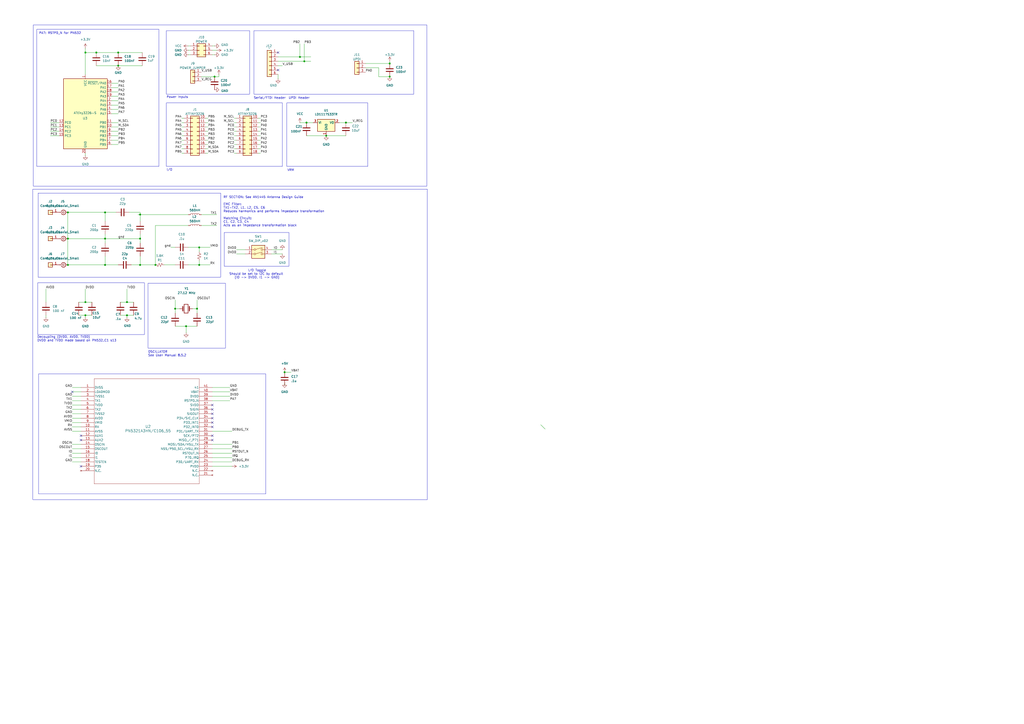
<source format=kicad_sch>
(kicad_sch (version 20231120) (generator "eeschema") (generator_version "8.0")
  (paper "A2")
  (lib_symbols
    (symbol "Connector:Conn_Coaxial_Small" (pin_numbers hide) (pin_names (offset 1.016) hide)
      (property "Reference" "J" (at 0.254 3.048 0))
      (property "Value" "Conn_Coaxial_Small" (at 0 -3.81 0))
      (symbol "Conn_Coaxial_Small_1_1"
        (pin passive line (at -2.54 0 0) (length 1.27) (name "In") (number "1"))
        (pin passive line (at 2.54 0 180) (length 1.27) (name "Ext") (number "2"))
      )
    )
    (symbol "Connector_Generic:Conn_01x01" (pin_names (offset 1.016) hide)
      (property "Reference" "J" (at 0 2.54 0))
      (property "Value" "Conn_01x01" (at 0 -2.54 0))
      (symbol "Conn_01x01_1_1"
        (pin passive line (at -5.08 0 0) (length 3.81) (name "Pin_1") (number "1"))
      )
    )
    (symbol "Connector_Generic:Conn_01x03" (pin_names (offset 1.016) hide)
      (property "Reference" "J" (at 0 5.08 0))
      (property "Value" "Conn_01x03" (at 0 -5.08 0))
      (symbol "Conn_01x03_1_1"
        (pin passive line (at -5.08 2.54 0) (length 3.81) (name "Pin_1") (number "1"))
        (pin passive line (at -5.08 0 0) (length 3.81) (name "Pin_2") (number "2"))
        (pin passive line (at -5.08 -2.54 0) (length 3.81) (name "Pin_3") (number "3"))
      )
    )
    (symbol "Connector_Generic:Conn_01x06" (pin_names (offset 1.016) hide)
      (property "Reference" "J" (at 0 7.62 0))
      (property "Value" "Conn_01x06" (at 0 -10.16 0))
      (symbol "Conn_01x06_1_1"
        (pin passive line (at -5.08 5.08 0) (length 3.81) (name "Pin_1") (number "1"))
        (pin passive line (at -5.08 2.54 0) (length 3.81) (name "Pin_2") (number "2"))
        (pin passive line (at -5.08 0 0) (length 3.81) (name "Pin_3") (number "3"))
        (pin passive line (at -5.08 -2.54 0) (length 3.81) (name "Pin_4") (number "4"))
        (pin passive line (at -5.08 -5.08 0) (length 3.81) (name "Pin_5") (number "5"))
        (pin passive line (at -5.08 -7.62 0) (length 3.81) (name "Pin_6") (number "6"))
      )
    )
    (symbol "Connector_Generic:Conn_02x03_Top_Bottom" (pin_names (offset 1.016) hide)
      (property "Reference" "J" (at 1.27 5.08 0))
      (property "Value" "Conn_02x03_Top_Bottom" (at 1.27 -5.08 0))
      (symbol "Conn_02x03_Top_Bottom_1_1"
        (pin passive line (at -5.08 2.54 0) (length 3.81) (name "Pin_1") (number "1"))
        (pin passive line (at -5.08 0 0) (length 3.81) (name "Pin_2") (number "2"))
        (pin passive line (at -5.08 -2.54 0) (length 3.81) (name "Pin_3") (number "3"))
        (pin passive line (at 7.62 2.54 180) (length 3.81) (name "Pin_4") (number "4"))
        (pin passive line (at 7.62 0 180) (length 3.81) (name "Pin_5") (number "5"))
        (pin passive line (at 7.62 -2.54 180) (length 3.81) (name "Pin_6") (number "6"))
      )
    )
    (symbol "Connector_Generic:Conn_02x09_Top_Bottom" (pin_names (offset 1.016) hide)
      (property "Reference" "J" (at 1.27 12.7 0))
      (property "Value" "Conn_02x09_Top_Bottom" (at 1.27 -12.7 0))
      (symbol "Conn_02x09_Top_Bottom_1_1"
        (pin passive line (at -5.08 10.16 0) (length 3.81) (name "Pin_1") (number "1"))
        (pin passive line (at 7.62 10.16 180) (length 3.81) (name "Pin_10") (number "10"))
        (pin passive line (at 7.62 7.62 180) (length 3.81) (name "Pin_11") (number "11"))
        (pin passive line (at 7.62 5.08 180) (length 3.81) (name "Pin_12") (number "12"))
        (pin passive line (at 7.62 2.54 180) (length 3.81) (name "Pin_13") (number "13"))
        (pin passive line (at 7.62 0 180) (length 3.81) (name "Pin_14") (number "14"))
        (pin passive line (at 7.62 -2.54 180) (length 3.81) (name "Pin_15") (number "15"))
        (pin passive line (at 7.62 -5.08 180) (length 3.81) (name "Pin_16") (number "16"))
        (pin passive line (at 7.62 -7.62 180) (length 3.81) (name "Pin_17") (number "17"))
        (pin passive line (at 7.62 -10.16 180) (length 3.81) (name "Pin_18") (number "18"))
        (pin passive line (at -5.08 7.62 0) (length 3.81) (name "Pin_2") (number "2"))
        (pin passive line (at -5.08 5.08 0) (length 3.81) (name "Pin_3") (number "3"))
        (pin passive line (at -5.08 2.54 0) (length 3.81) (name "Pin_4") (number "4"))
        (pin passive line (at -5.08 0 0) (length 3.81) (name "Pin_5") (number "5"))
        (pin passive line (at -5.08 -2.54 0) (length 3.81) (name "Pin_6") (number "6"))
        (pin passive line (at -5.08 -5.08 0) (length 3.81) (name "Pin_7") (number "7"))
        (pin passive line (at -5.08 -7.62 0) (length 3.81) (name "Pin_8") (number "8"))
        (pin passive line (at -5.08 -10.16 0) (length 3.81) (name "Pin_9") (number "9"))
      )
    )
    (symbol "Device:C" (pin_numbers hide) (pin_names (offset 0.254))
      (property "Reference" "C" (at 0.635 2.54 0))
      (property "Value" "C" (at 0.635 -2.54 0))
      (symbol "C_1_1"
        (pin passive line (at 0 3.81 270) (length 2.794) (name "~") (number "1"))
        (pin passive line (at 0 -3.81 90) (length 2.794) (name "~") (number "2"))
      )
    )
    (symbol "Device:Crystal" (pin_numbers hide) (pin_names (offset 1.016) hide)
      (property "Reference" "Y" (at 0 3.81 0))
      (property "Value" "Crystal" (at 0 -3.81 0))
      (symbol "Crystal_1_1"
        (pin passive line (at -3.81 0 0) (length 1.27) (name "1") (number "1"))
        (pin passive line (at 3.81 0 180) (length 1.27) (name "2") (number "2"))
      )
    )
    (symbol "Device:L" (pin_numbers hide) (pin_names (offset 1.016) hide)
      (property "Reference" "L" (at -1.27 0 90))
      (property "Value" "L" (at 1.905 0 90))
      (symbol "L_1_1"
        (pin passive line (at 0 3.81 270) (length 1.27) (name "1") (number "1"))
        (pin passive line (at 0 -3.81 90) (length 1.27) (name "2") (number "2"))
      )
    )
    (symbol "Device:R_Small_US" (pin_numbers hide) (pin_names (offset 0.254) hide)
      (property "Reference" "R" (at 0.762 0.508 0))
      (property "Value" "R_Small_US" (at 0.762 -1.016 0))
      (symbol "R_Small_US_1_1"
        (pin passive line (at 0 2.54 270) (length 1.016) (name "~") (number "1"))
        (pin passive line (at 0 -2.54 90) (length 1.016) (name "~") (number "2"))
      )
    )
    (symbol "MCU_Microchip_ATtiny:ATtiny3226-S"
      (property "Reference" "U" (at -12.7 21.59 0))
      (property "Value" "ATtiny3226-S" (at 2.54 -21.59 0))
      (symbol "ATtiny3226-S_1_1"
        (pin power_in line (at 0 22.86 270) (length 2.54) (name "VCC") (number "1"))
        (pin bidirectional line (at 15.24 -7.62 180) (length 2.54) (name "PB1") (number "10"))
        (pin bidirectional line (at 15.24 -5.08 180) (length 2.54) (name "PB0") (number "11"))
        (pin bidirectional line (at -15.24 -5.08 0) (length 2.54) (name "PC0") (number "12"))
        (pin bidirectional line (at -15.24 -7.62 0) (length 2.54) (name "PC1") (number "13"))
        (pin bidirectional line (at -15.24 -10.16 0) (length 2.54) (name "PC2") (number "14"))
        (pin bidirectional line (at -15.24 -12.7 0) (length 2.54) (name "PC3") (number "15"))
        (pin bidirectional line (at 15.24 17.78 180) (length 2.54) (name "~{RESET}/PA0") (number "16"))
        (pin bidirectional line (at 15.24 15.24 180) (length 2.54) (name "PA1") (number "17"))
        (pin bidirectional line (at 15.24 12.7 180) (length 2.54) (name "PA2") (number "18"))
        (pin bidirectional line (at 15.24 10.16 180) (length 2.54) (name "PA3") (number "19"))
        (pin bidirectional line (at 15.24 7.62 180) (length 2.54) (name "PA4") (number "2"))
        (pin power_in line (at 0 -22.86 90) (length 2.54) (name "GND") (number "20"))
        (pin bidirectional line (at 15.24 5.08 180) (length 2.54) (name "PA5") (number "3"))
        (pin bidirectional line (at 15.24 2.54 180) (length 2.54) (name "PA6") (number "4"))
        (pin bidirectional line (at 15.24 0 180) (length 2.54) (name "PA7") (number "5"))
        (pin bidirectional line (at 15.24 -17.78 180) (length 2.54) (name "PB5") (number "6"))
        (pin bidirectional line (at 15.24 -15.24 180) (length 2.54) (name "PB4") (number "7"))
        (pin bidirectional line (at 15.24 -12.7 180) (length 2.54) (name "PB3") (number "8"))
        (pin bidirectional line (at 15.24 -10.16 180) (length 2.54) (name "PB2") (number "9"))
      )
    )
    (symbol "Orb_library:PN5321A3HN_C106_55" (pin_names (offset 0.254))
      (property "Reference" "U2" (at 38.862 -22.606 0))
      (property "Value" "PN5321A3HN/C106_55" (at 38.862 -25.146 0))
      (symbol "PN5321A3HN_C106_55_0_1"
        (pin power_out line (at 0 0 0) (length 7.62) (name "DVSS") (number "1"))
        (pin input line (at 0 -22.86 0) (length 7.62) (name "RX") (number "10"))
        (pin power_out line (at 0 -25.4 0) (length 7.62) (name "AVSS") (number "11"))
        (pin bidirectional line (at 0 -27.94 0) (length 7.62) (name "AUX1") (number "12"))
        (pin bidirectional line (at 0 -30.48 0) (length 7.62) (name "AUX2") (number "13"))
        (pin input line (at 0 -33.02 0) (length 7.62) (name "OSCIN") (number "14"))
        (pin output line (at 0 -35.56 0) (length 7.62) (name "OSCOUT") (number "15"))
        (pin input line (at 0 -38.1 0) (length 7.62) (name "I0") (number "16"))
        (pin input line (at 0 -40.64 0) (length 7.62) (name "I1") (number "17"))
        (pin input line (at 0 -43.18 0) (length 7.62) (name "TESTEN") (number "18"))
        (pin bidirectional line (at 0 -45.72 0) (length 7.62) (name "P35") (number "19"))
        (pin output line (at 0 -2.54 0) (length 7.62) (name "LOADMOD") (number "2"))
        (pin no_connect line (at 0 -48.26 0) (length 7.62) (name "N.C.") (number "20"))
        (pin no_connect line (at 76.2 -50.8 180) (length 7.62) (name "N.C.") (number "21"))
        (pin no_connect line (at 76.2 -48.26 180) (length 7.62) (name "N.C.") (number "22"))
        (pin power_in line (at 76.2 -45.72 180) (length 7.62) (name "PVDD") (number "23"))
        (pin bidirectional line (at 76.2 -43.18 180) (length 7.62) (name "P30/UART_RX") (number "24"))
        (pin bidirectional line (at 76.2 -40.64 180) (length 7.62) (name "P70_IRQ") (number "25"))
        (pin output line (at 76.2 -38.1 180) (length 7.62) (name "RSTOUT_N") (number "26"))
        (pin bidirectional line (at 76.2 -35.56 180) (length 7.62) (name "NSS/P50_SCL/HSU_RX") (number "27"))
        (pin bidirectional line (at 76.2 -33.02 180) (length 7.62) (name "MOSI/SDA/HSU_TX") (number "28"))
        (pin bidirectional line (at 76.2 -30.48 180) (length 7.62) (name "MISO_/_P71") (number "29"))
        (pin power_out line (at 0 -5.08 0) (length 7.62) (name "TVSS1") (number "3"))
        (pin bidirectional line (at 76.2 -27.94 180) (length 7.62) (name "SCK/P72") (number "30"))
        (pin bidirectional line (at 76.2 -25.4 180) (length 7.62) (name "P31/UART_TX") (number "31"))
        (pin bidirectional line (at 76.2 -22.86 180) (length 7.62) (name "P32_INT0") (number "32"))
        (pin bidirectional line (at 76.2 -20.32 180) (length 7.62) (name "P33_INT1") (number "33"))
        (pin bidirectional line (at 76.2 -17.78 180) (length 7.62) (name "P34/SIC_CLK") (number "34"))
        (pin output line (at 76.2 -15.24 180) (length 7.62) (name "SIGOUT") (number "35"))
        (pin input line (at 76.2 -12.7 180) (length 7.62) (name "SIGIN") (number "36"))
        (pin power_in line (at 76.2 -10.16 180) (length 7.62) (name "SVDD") (number "37"))
        (pin input line (at 76.2 -7.62 180) (length 7.62) (name "RSTPD_N") (number "38"))
        (pin power_in line (at 76.2 -5.08 180) (length 7.62) (name "DVDD") (number "39"))
        (pin bidirectional line (at 0 -7.62 0) (length 7.62) (name "TX1") (number "4"))
        (pin unspecified line (at 76.2 0 180) (length 7.62) (name "41") (number "41"))
        (pin power_in line (at 0 -10.16 0) (length 7.62) (name "TVDD") (number "5"))
        (pin bidirectional line (at 0 -12.7 0) (length 7.62) (name "TX2") (number "6"))
        (pin power_out line (at 0 -15.24 0) (length 7.62) (name "TVSS2") (number "7"))
        (pin power_in line (at 0 -17.78 0) (length 7.62) (name "AVDD") (number "8"))
        (pin output line (at 0 -20.32 0) (length 7.62) (name "VMID") (number "9"))
      )
      (symbol "PN5321A3HN_C106_55_1_1"
        (pin power_in line (at 76.2 -2.54 180) (length 7.62) (name "VBAT") (number "40"))
      )
    )
    (symbol "Regulator_Linear:LD1117S33TR_SOT223"
      (property "Reference" "U" (at -3.81 3.175 0))
      (property "Value" "LD1117S33TR_SOT223" (at 0 3.175 0))
      (symbol "LD1117S33TR_SOT223_1_1"
        (pin power_in line (at 0 -7.62 90) (length 2.54) (name "GND") (number "1"))
        (pin power_out line (at 7.62 0 180) (length 2.54) (name "VO") (number "2"))
        (pin power_in line (at -7.62 0 0) (length 2.54) (name "VI") (number "3"))
      )
    )
    (symbol "Switch:SW_DIP_x02" (pin_names (offset 0) hide)
      (property "Reference" "SW" (at 0 6.35 0))
      (property "Value" "SW_DIP_x02" (at 0 -3.81 0))
      (symbol "SW_DIP_x02_1_1"
        (pin passive line (at -7.62 2.54 0) (length 5.08) (name "~") (number "1"))
        (pin passive line (at -7.62 0 0) (length 5.08) (name "~") (number "2"))
        (pin passive line (at 7.62 0 180) (length 5.08) (name "~") (number "3"))
        (pin passive line (at 7.62 2.54 180) (length 5.08) (name "~") (number "4"))
      )
    )
    (symbol "VCC_1" (power) (pin_numbers hide) (pin_names (offset 0) hide)
      (property "Value" "VCC" (at 0 3.556 0))
      (symbol "VCC_1_1_1"
        (pin power_in line (at 0 0 90) (length 0) (name "~") (number "1"))
      )
    )
    (symbol "power:+3.3V" (power) (pin_numbers hide) (pin_names (offset 0) hide)
      (property "Value" "+3.3V" (at 0 3.556 0))
      (symbol "+3.3V_1_1"
        (pin power_in line (at 0 0 90) (length 0) (name "~") (number "1"))
      )
    )
    (symbol "power:GND" (power) (pin_numbers hide) (pin_names (offset 0) hide)
      (property "Value" "GND" (at 0 -3.81 0))
      (symbol "GND_1_1"
        (pin power_in line (at 0 0 270) (length 0) (name "~") (number "1"))
      )
    )
    (symbol "power:VCC" (power) (pin_names (offset 0))
      (property "Value" "VCC" (at 0 3.81 0))
      (symbol "VCC_1_1"
        (pin power_in line (at 0 0 90) (length 0) hide (name "VCC") (number "1"))
      )
    )
  )
  (junction (at 107.95 189.23))
  (junction (at 73.66 182.88))
  (junction (at 115.57 143.51))
  (junction (at 114.3 179.07))
  (junction (at 189.23 78.74))
  (junction (at 226.06 36.83))
  (junction (at 115.57 153.67))
  (junction (at 173.99 33.02))
  (junction (at 68.58 30.48))
  (junction (at 60.96 138.43))
  (junction (at 39.37 138.43))
  (junction (at 68.58 38.1))
  (junction (at 60.96 153.67))
  (junction (at 200.66 71.12))
  (junction (at 177.8 71.12))
  (junction (at 49.53 175.26))
  (junction (at 81.28 153.67))
  (junction (at 101.6 179.07))
  (junction (at 81.28 138.43))
  (junction (at 81.28 124.46))
  (junction (at 73.66 175.26))
  (junction (at 60.96 123.19))
  (junction (at 90.17 153.67))
  (junction (at 39.37 153.67))
  (junction (at 165.1 215.9))
  (junction (at 49.53 30.48))
  (junction (at 39.37 123.19))
  (junction (at 55.88 30.48))
  (junction (at 176.53 35.56))
  (junction (at 49.53 182.88))
  (junction (at 124.46 44.45))
  (junction (at 226.06 44.45))
  (no_connect (at 123.19 245.11))
  (no_connect (at 123.19 252.73))
  (no_connect (at 46.99 252.73))
  (no_connect (at 123.19 242.57))
  (no_connect (at 123.19 247.65))
  (no_connect (at 161.29 40.64))
  (no_connect (at 123.19 234.95))
  (no_connect (at 46.99 270.51))
  (no_connect (at 123.19 240.03))
  (no_connect (at 123.19 255.27))
  (no_connect (at 41.91 227.33))
  (no_connect (at 123.19 237.49))
  (no_connect (at 161.29 30.48))
  (no_connect (at 46.99 255.27))
  (bus_entry (at 313.69 246.38) (size 2.54 2.54))
  (wire (pts (xy 64.77 73.66) (xy 68.58 73.66)))
  (wire (pts (xy 101.6 189.23) (xy 107.95 189.23)))
  (wire (pts (xy 60.96 148.59) (xy 60.96 153.67)))
  (wire (pts (xy 135.89 78.74) (xy 137.16 78.74)))
  (wire (pts (xy 49.53 167.64) (xy 49.53 175.26)))
  (wire (pts (xy 105.41 73.66) (xy 106.68 73.66)))
  (wire (pts (xy 76.2 153.67) (xy 81.28 153.67)))
  (wire (pts (xy 73.66 182.88) (xy 73.66 184.15)))
  (wire (pts (xy 45.72 182.88) (xy 49.53 182.88)))
  (wire (pts (xy 90.17 130.81) (xy 109.22 130.81)))
  (wire (pts (xy 200.66 71.12) (xy 204.47 71.12)))
  (wire (pts (xy 165.1 215.9) (xy 168.91 215.9)))
  (wire (pts (xy 135.89 86.36) (xy 137.16 86.36)))
  (wire (pts (xy 123.19 229.87) (xy 133.35 229.87)))
  (wire (pts (xy 68.58 38.1) (xy 82.55 38.1)))
  (wire (pts (xy 81.28 124.46) (xy 81.28 128.27)))
  (wire (pts (xy 123.19 257.81) (xy 134.62 257.81)))
  (wire (pts (xy 80.01 124.46) (xy 81.28 124.46)))
  (wire (pts (xy 110.49 26.67) (xy 109.22 26.67)))
  (wire (pts (xy 212.09 36.83) (xy 226.06 36.83)))
  (wire (pts (xy 173.99 25.4) (xy 173.99 33.02)))
  (wire (pts (xy 151.13 68.58) (xy 149.86 68.58)))
  (wire (pts (xy 26.67 184.15) (xy 26.67 182.88)))
  (wire (pts (xy 60.96 123.19) (xy 39.37 123.19)))
  (wire (pts (xy 60.96 128.27) (xy 60.96 123.19)))
  (wire (pts (xy 101.6 179.07) (xy 101.6 181.61)))
  (wire (pts (xy 116.84 124.46) (xy 125.73 124.46)))
  (wire (pts (xy 151.13 81.28) (xy 149.86 81.28)))
  (wire (pts (xy 39.37 138.43) (xy 39.37 153.67)))
  (wire (pts (xy 64.77 55.88) (xy 68.58 55.88)))
  (wire (pts (xy 120.65 76.2) (xy 119.38 76.2)))
  (wire (pts (xy 151.13 78.74) (xy 149.86 78.74)))
  (wire (pts (xy 123.19 250.19) (xy 134.62 250.19)))
  (wire (pts (xy 81.28 138.43) (xy 81.28 140.97)))
  (wire (pts (xy 99.06 143.51) (xy 101.6 143.51)))
  (wire (pts (xy 41.91 245.11) (xy 46.99 245.11)))
  (wire (pts (xy 120.65 86.36) (xy 119.38 86.36)))
  (wire (pts (xy 41.91 242.57) (xy 46.99 242.57)))
  (wire (pts (xy 123.19 260.35) (xy 134.62 260.35)))
  (wire (pts (xy 41.91 234.95) (xy 46.99 234.95)))
  (wire (pts (xy 115.57 151.13) (xy 115.57 153.67)))
  (wire (pts (xy 151.13 83.82) (xy 149.86 83.82)))
  (wire (pts (xy 219.71 39.37) (xy 212.09 39.37)))
  (wire (pts (xy 39.37 153.67) (xy 60.96 153.67)))
  (wire (pts (xy 60.96 135.89) (xy 60.96 138.43)))
  (wire (pts (xy 95.25 153.67) (xy 101.6 153.67)))
  (wire (pts (xy 81.28 124.46) (xy 109.22 124.46)))
  (wire (pts (xy 120.65 81.28) (xy 119.38 81.28)))
  (wire (pts (xy 176.53 35.56) (xy 180.34 35.56)))
  (wire (pts (xy 39.37 123.19) (xy 39.37 138.43)))
  (wire (pts (xy 41.91 240.03) (xy 46.99 240.03)))
  (wire (pts (xy 49.53 30.48) (xy 49.53 43.18)))
  (wire (pts (xy 60.96 153.67) (xy 68.58 153.67)))
  (wire (pts (xy 41.91 229.87) (xy 46.99 229.87)))
  (wire (pts (xy 64.77 53.34) (xy 68.58 53.34)))
  (wire (pts (xy 135.89 76.2) (xy 137.16 76.2)))
  (wire (pts (xy 81.28 148.59) (xy 81.28 153.67)))
  (wire (pts (xy 105.41 76.2) (xy 106.68 76.2)))
  (wire (pts (xy 104.14 179.07) (xy 101.6 179.07)))
  (wire (pts (xy 163.83 38.1) (xy 161.29 38.1)))
  (wire (pts (xy 64.77 81.28) (xy 68.58 81.28)))
  (wire (pts (xy 107.95 189.23) (xy 114.3 189.23)))
  (wire (pts (xy 60.96 138.43) (xy 39.37 138.43)))
  (wire (pts (xy 109.22 143.51) (xy 115.57 143.51)))
  (wire (pts (xy 135.89 73.66) (xy 137.16 73.66)))
  (wire (pts (xy 189.23 78.74) (xy 200.66 78.74)))
  (wire (pts (xy 69.85 175.26) (xy 73.66 175.26)))
  (wire (pts (xy 161.29 45.72) (xy 161.29 43.18)))
  (wire (pts (xy 41.91 260.35) (xy 46.99 260.35)))
  (wire (pts (xy 161.29 35.56) (xy 176.53 35.56)))
  (wire (pts (xy 41.91 267.97) (xy 46.99 267.97)))
  (wire (pts (xy 73.66 175.26) (xy 77.47 175.26)))
  (wire (pts (xy 125.73 29.21) (xy 123.19 29.21)))
  (wire (pts (xy 45.72 175.26) (xy 49.53 175.26)))
  (wire (pts (xy 120.65 71.12) (xy 119.38 71.12)))
  (wire (pts (xy 120.65 68.58) (xy 119.38 68.58)))
  (wire (pts (xy 176.53 25.4) (xy 176.53 35.56)))
  (wire (pts (xy 137.16 144.78) (xy 142.24 144.78)))
  (wire (pts (xy 29.21 76.2) (xy 34.29 76.2)))
  (wire (pts (xy 101.6 173.99) (xy 101.6 179.07)))
  (wire (pts (xy 123.19 227.33) (xy 133.35 227.33)))
  (wire (pts (xy 196.85 71.12) (xy 200.66 71.12)))
  (wire (pts (xy 124.46 31.75) (xy 123.19 31.75)))
  (wire (pts (xy 26.67 167.64) (xy 26.67 175.26)))
  (wire (pts (xy 68.58 30.48) (xy 82.55 30.48)))
  (wire (pts (xy 60.96 138.43) (xy 81.28 138.43)))
  (wire (pts (xy 157.48 147.32) (xy 163.83 147.32)))
  (wire (pts (xy 81.28 153.67) (xy 90.17 153.67)))
  (wire (pts (xy 120.65 73.66) (xy 119.38 73.66)))
  (wire (pts (xy 124.46 26.67) (xy 123.19 26.67)))
  (wire (pts (xy 173.99 71.12) (xy 177.8 71.12)))
  (wire (pts (xy 105.41 83.82) (xy 106.68 83.82)))
  (wire (pts (xy 105.41 86.36) (xy 106.68 86.36)))
  (wire (pts (xy 64.77 78.74) (xy 68.58 78.74)))
  (wire (pts (xy 64.77 66.04) (xy 68.58 66.04)))
  (wire (pts (xy 127 44.45) (xy 124.46 44.45)))
  (wire (pts (xy 41.91 250.19) (xy 46.99 250.19)))
  (wire (pts (xy 41.91 265.43) (xy 46.99 265.43)))
  (wire (pts (xy 115.57 143.51) (xy 115.57 146.05)))
  (wire (pts (xy 177.8 78.74) (xy 189.23 78.74)))
  (wire (pts (xy 137.16 147.32) (xy 142.24 147.32)))
  (wire (pts (xy 74.93 123.19) (xy 81.28 123.19)))
  (wire (pts (xy 123.19 232.41) (xy 133.35 232.41)))
  (wire (pts (xy 123.19 270.51) (xy 134.62 270.51)))
  (wire (pts (xy 123.19 265.43) (xy 134.62 265.43)))
  (wire (pts (xy 64.77 63.5) (xy 68.58 63.5)))
  (wire (pts (xy 107.95 189.23) (xy 107.95 193.04)))
  (wire (pts (xy 49.53 27.94) (xy 49.53 30.48)))
  (wire (pts (xy 64.77 71.12) (xy 68.58 71.12)))
  (wire (pts (xy 157.48 144.78) (xy 163.83 144.78)))
  (wire (pts (xy 151.13 73.66) (xy 149.86 73.66)))
  (wire (pts (xy 41.91 224.79) (xy 46.99 224.79)))
  (wire (pts (xy 90.17 153.67) (xy 90.17 130.81)))
  (wire (pts (xy 135.89 81.28) (xy 137.16 81.28)))
  (wire (pts (xy 151.13 76.2) (xy 149.86 76.2)))
  (wire (pts (xy 109.22 153.67) (xy 115.57 153.67)))
  (wire (pts (xy 55.88 30.48) (xy 68.58 30.48)))
  (wire (pts (xy 73.66 182.88) (xy 77.47 182.88)))
  (wire (pts (xy 49.53 30.48) (xy 55.88 30.48)))
  (wire (pts (xy 73.66 167.64) (xy 73.66 175.26)))
  (wire (pts (xy 49.53 182.88) (xy 53.34 182.88)))
  (wire (pts (xy 123.19 262.89) (xy 134.62 262.89)))
  (wire (pts (xy 41.91 262.89) (xy 46.99 262.89)))
  (wire (pts (xy 29.21 73.66) (xy 34.29 73.66)))
  (wire (pts (xy 49.53 175.26) (xy 53.34 175.26)))
  (wire (pts (xy 105.41 78.74) (xy 106.68 78.74)))
  (wire (pts (xy 55.88 38.1) (xy 68.58 38.1)))
  (wire (pts (xy 135.89 71.12) (xy 137.16 71.12)))
  (wire (pts (xy 177.8 71.12) (xy 181.61 71.12)))
  (wire (pts (xy 123.19 224.79) (xy 133.35 224.79)))
  (wire (pts (xy 64.77 76.2) (xy 68.58 76.2)))
  (wire (pts (xy 111.76 179.07) (xy 114.3 179.07)))
  (wire (pts (xy 81.28 123.19) (xy 81.28 124.46)))
  (wire (pts (xy 120.65 83.82) (xy 119.38 83.82)))
  (wire (pts (xy 120.65 78.74) (xy 119.38 78.74)))
  (wire (pts (xy 29.21 71.12) (xy 34.29 71.12)))
  (wire (pts (xy 41.91 232.41) (xy 46.99 232.41)))
  (wire (pts (xy 151.13 86.36) (xy 149.86 86.36)))
  (wire (pts (xy 120.65 88.9) (xy 119.38 88.9)))
  (wire (pts (xy 109.22 29.21) (xy 110.49 29.21)))
  (wire (pts (xy 226.06 35.56) (xy 226.06 36.83)))
  (wire (pts (xy 64.77 48.26) (xy 68.58 48.26)))
  (wire (pts (xy 105.41 71.12) (xy 106.68 71.12)))
  (wire (pts (xy 64.77 58.42) (xy 68.58 58.42)))
  (wire (pts (xy 151.13 88.9) (xy 149.86 88.9)))
  (wire (pts (xy 64.77 60.96) (xy 68.58 60.96)))
  (wire (pts (xy 105.41 88.9) (xy 106.68 88.9)))
  (wire (pts (xy 60.96 140.97) (xy 60.96 138.43)))
  (wire (pts (xy 151.13 71.12) (xy 149.86 71.12)))
  (wire (pts (xy 41.91 237.49) (xy 46.99 237.49)))
  (wire (pts (xy 81.28 135.89) (xy 81.28 138.43)))
  (wire (pts (xy 123.19 267.97) (xy 134.62 267.97)))
  (wire (pts (xy 41.91 257.81) (xy 46.99 257.81)))
  (wire (pts (xy 105.41 81.28) (xy 106.68 81.28)))
  (wire (pts (xy 127 43.18) (xy 127 44.45)))
  (wire (pts (xy 67.31 123.19) (xy 60.96 123.19)))
  (wire (pts (xy 49.53 182.88) (xy 49.53 184.15)))
  (wire (pts (xy 105.41 68.58) (xy 106.68 68.58)))
  (wire (pts (xy 41.91 227.33) (xy 46.99 227.33)))
  (wire (pts (xy 64.77 83.82) (xy 68.58 83.82)))
  (wire (pts (xy 161.29 33.02) (xy 173.99 33.02)))
  (wire (pts (xy 49.53 90.17) (xy 49.53 88.9)))
  (wire (pts (xy 219.71 44.45) (xy 226.06 44.45)))
  (wire (pts (xy 121.92 143.51) (xy 115.57 143.51)))
  (wire (pts (xy 114.3 179.07) (xy 114.3 181.61)))
  (wire (pts (xy 109.22 31.75) (xy 110.49 31.75)))
  (wire (pts (xy 115.57 153.67) (xy 121.92 153.67)))
  (wire (pts (xy 135.89 83.82) (xy 137.16 83.82)))
  (wire (pts (xy 41.91 247.65) (xy 46.99 247.65)))
  (wire (pts (xy 69.85 182.88) (xy 73.66 182.88)))
  (wire (pts (xy 64.77 50.8) (xy 68.58 50.8)))
  (wire (pts (xy 29.21 78.74) (xy 34.29 78.74)))
  (wire (pts (xy 165.1 223.52) (xy 165.1 222.25)))
  (wire (pts (xy 124.46 44.45) (xy 116.84 44.45)))
  (wire (pts (xy 135.89 68.58) (xy 137.16 68.58)))
  (wire (pts (xy 173.99 33.02) (xy 180.34 33.02)))
  (wire (pts (xy 135.89 88.9) (xy 137.16 88.9)))
  (wire (pts (xy 219.71 44.45) (xy 219.71 39.37)))
  (wire (pts (xy 116.84 130.81) (xy 125.73 130.81)))
  (wire (pts (xy 114.3 173.99) (xy 114.3 179.07)))
  (rectangle (start 19.05 109.728) (end 247.904 289.814))
  (rectangle (start 22.352 216.916) (end 154.178 286.512))
  (rectangle (start 130.048 134.874) (end 167.64 154.432))
  (rectangle (start 96.52 59.69) (end 163.83 96.52))
  (rectangle (start 21.844 164.084) (end 83.82 194.056))
  (rectangle (start 21.336 17.018) (end 92.202 96.52))
  (rectangle (start 166.37 59.69) (end 213.36 96.52))
  (rectangle (start 19.304 14.478) (end 247.65 107.95))
  (rectangle (start 22.098 112.014) (end 128.016 160.782))
  (rectangle (start 96.52 17.78) (end 144.78 54.61))
  (rectangle (start 147.32 17.78) (end 240.03 54.61))
  (rectangle (start 85.852 164.338) (end 130.81 201.93))
  (text "OSCILLATOR\nSee User Manual 8.5.2\n" (at 85.852 205.232 0) (effects (font (size 1.27 1.27)) (justify left)))
  (text "RF SECTION: See AN1445 Antenna Design Guide\n\nEMC Filter: \nTX1-TX2, L1, L2, C5, C6\nReduces harmonics and performs impedance transformation\n\nMatching Circuit:\nC1, C2, C3, C4\nActs as an impedance transformation block" (at 129.54 122.682 0) (effects (font (size 1.27 1.27)) (justify left)))
  (text "I/O Toggle\nShould be set to I2C by default \n(IO -> DVDD, I1 -> GND)" (at 149.098 159.004 0) (effects (font (size 1.27 1.27))))
  (text "Decoupling (DVDD, AVDD, TVDD)\nDVDD and TVDD made based on PN532_C1 s13" (at 21.59 196.596 0) (effects (font (size 1.27 1.27)) (justify left)))
  (text "I/O\n" (at 98.298 98.552 0) (effects (font (size 1.27 1.27))))
  (text "PA7: RSTPD_N for PN532" (at 34.798 19.304 0) (effects (font (size 1.27 1.27))))
  (text "Serial/FTDI Header" (at 156.464 56.896 0) (effects (font (size 1.27 1.27))))
  (text "UPDI Header\n" (at 173.482 56.896 0) (effects (font (size 1.27 1.27))))
  (text "VRM" (at 168.656 98.806 0) (effects (font (size 1.27 1.27))))
  (text "Power Inputs" (at 102.87 56.388 0) (effects (font (size 1.27 1.27))))
  (label "PB2" (at 68.58 76.2 0))
  (label "VMID" (at 121.92 143.51 0))
  (label "TVDD" (at 41.91 234.95 180))
  (label "PA4" (at 105.41 68.58 180))
  (label "PC3" (at 29.21 78.74 0))
  (label "PA5" (at 105.41 73.66 180))
  (label "PB5" (at 68.58 83.82 0))
  (label "AVSS" (at 41.91 250.19 180))
  (label "GND" (at 41.91 240.03 180))
  (label "V_USB" (at 116.84 41.91 0))
  (label "PB2" (at 120.65 83.82 0))
  (label "PA7" (at 105.41 86.36 180))
  (label "M_SDA" (at 120.65 88.9 0))
  (label "RX" (at 41.91 247.65 180))
  (label "PB2" (at 173.99 25.4 180))
  (label "PB2" (at 120.65 81.28 0))
  (label "PA0" (at 151.13 71.12 0))
  (label "IO" (at 41.91 262.89 180))
  (label "TX1" (at 41.91 232.41 180))
  (label "PA6" (at 105.41 81.28 180))
  (label "OSCIN" (at 101.6 173.99 180))
  (label "PA4" (at 68.58 58.42 0))
  (label "TX2" (at 41.91 237.49 180))
  (label "DVDD" (at 137.16 147.32 180))
  (label "PB5" (at 105.41 88.9 180))
  (label "DVDD" (at 137.16 144.78 180))
  (label "gnd" (at 99.06 143.51 180))
  (label "PA2" (at 151.13 83.82 0))
  (label "PC0" (at 135.89 76.2 180))
  (label "DEBUG_RX" (at 134.62 267.97 0))
  (label "GND" (at 133.35 224.79 0))
  (label "VBAT" (at 133.35 227.33 0))
  (label "PA7" (at 68.58 66.04 0))
  (label "PA1" (at 151.13 76.2 0))
  (label "PC3" (at 151.13 68.58 0))
  (label "DVDD" (at 133.35 229.87 0))
  (label "PA6" (at 68.58 63.5 0))
  (label "PC2" (at 135.89 83.82 180))
  (label "VMID" (at 41.91 245.11 180))
  (label "M_SCL" (at 68.58 71.12 0))
  (label "PA7" (at 105.41 83.82 180))
  (label "PC0" (at 29.21 71.12 0))
  (label "IO" (at 158.75 144.78 0))
  (label "PB4" (at 120.65 71.12 0))
  (label "M_SDA" (at 120.65 86.36 0))
  (label "DVDD" (at 49.53 167.64 0))
  (label "PB4" (at 120.65 73.66 0))
  (label "V_USB" (at 163.83 38.1 0))
  (label "PA1" (at 68.58 50.8 0))
  (label "PA1" (at 151.13 78.74 0))
  (label "TVDD" (at 73.66 167.64 0))
  (label "AVDD" (at 26.67 167.64 0))
  (label "DEBUG_TX" (at 134.62 250.19 0))
  (label "OSCIN" (at 41.91 257.81 180))
  (label "GND" (at 41.91 224.79 180))
  (label "PA4" (at 105.41 71.12 180))
  (label "TX2" (at 125.73 130.81 180))
  (label "TX1" (at 125.73 124.46 180))
  (label "PC0" (at 135.89 73.66 180))
  (label "GND" (at 41.91 267.97 180))
  (label "PB4" (at 68.58 81.28 0))
  (label "PC1" (at 135.89 81.28 180))
  (label "PA0" (at 212.09 41.91 0))
  (label "PB1" (at 134.62 257.81 0))
  (label "RX" (at 121.92 153.67 0))
  (label "PB3" (at 68.58 78.74 0))
  (label "PB0" (at 134.62 260.35 0))
  (label "AVDD" (at 41.91 242.57 180))
  (label "VBAT" (at 168.91 215.9 0))
  (label "V_REG" (at 204.47 71.12 0))
  (label "PC3" (at 135.89 88.9 180))
  (label "PB5" (at 120.65 68.58 0))
  (label "I1" (at 158.75 147.32 0))
  (label "M_SCL" (at 135.89 68.58 180))
  (label "V_REG" (at 116.84 46.99 0))
  (label "PA7" (at 133.35 232.41 0))
  (label "PA3" (at 68.58 55.88 0))
  (label "IRQ" (at 134.62 265.43 0))
  (label "PB3" (at 176.53 25.4 0))
  (label "M_SDA" (at 68.58 73.66 0))
  (label "PA0" (at 151.13 73.66 0))
  (label "OSCOUT" (at 41.91 260.35 180))
  (label "PC2" (at 135.89 86.36 180))
  (label "RSTOUT_N" (at 134.62 262.89 0))
  (label "PA0" (at 68.58 48.26 0))
  (label "I1" (at 41.91 265.43 180))
  (label "PA2" (at 151.13 81.28 0))
  (label "PA6" (at 105.41 78.74 180))
  (label "PB3" (at 120.65 76.2 0))
  (label "PC2" (at 29.21 76.2 0))
  (label "PA5" (at 105.41 76.2 180))
  (label "PC1" (at 135.89 78.74 180))
  (label "PA3" (at 151.13 86.36 0))
  (label "PC1" (at 29.21 73.66 0))
  (label "gnd" (at 68.58 138.43 0))
  (label "OSCOUT" (at 114.3 173.99 0))
  (label "PA2" (at 68.58 53.34 0))
  (label "PB3" (at 120.65 78.74 0))
  (label "PA5" (at 68.58 60.96 0))
  (label "M_SCL" (at 135.89 71.12 180))
  (label "PA3" (at 151.13 88.9 0))
  (label "GND" (at 41.91 229.87 180))
  (symbol (lib_id "power:GND") (at 73.66 184.15 0) (unit 1)
    (property "Reference" "#PWR021" (effects (hide yes)))
    (property "Value" "GND" (at 73.914 188.976 0))
    (property "Description" "Power symbol creates a global label with name \"GND\" , ground" (effects (hide yes)))
  )
  (symbol (lib_id "Device:C") (at 26.67 179.07 0) (unit 1)
    (property "Reference" "C8" (at 30.48 177.7999 0) (effects (justify left)))
    (property "Value" "100 nF" (at 30.48 180.3399 0) (effects (justify left)))
    (property "Footprint" "Capacitor_SMD:C_0805_2012Metric_Pad1.18x1.45mm_HandSolder" (effects (hide yes)))
    (property "Description" "Unpolarized capacitor" (effects (hide yes)))
  )
  (symbol (lib_id "Device:C") (at 60.96 132.08 0) (mirror y) (unit 1)
    (property "Reference" "C1" (at 54.61 130.81 0))
    (property "Value" "200p" (at 54.61 133.35 0))
    (property "Footprint" "Capacitor_SMD:C_0805_2012Metric_Pad1.18x1.45mm_HandSolder" (effects (hide yes)))
    (property "Description" "Unpolarized capacitor" (effects (hide yes)))
  )
  (symbol (lib_id "Device:C") (at 81.28 132.08 0) (mirror y) (unit 1)
    (property "Reference" "C5" (at 74.93 130.81 0))
    (property "Value" "220p" (at 74.93 133.35 0))
    (property "Footprint" "Capacitor_SMD:C_0805_2012Metric_Pad1.18x1.45mm_HandSolder" (effects (hide yes)))
    (property "Description" "Unpolarized capacitor" (effects (hide yes)))
  )
  (symbol (lib_id "Connector_Generic:Conn_01x03") (at 207.01 39.37 0) (mirror y) (unit 1)
    (property "Reference" "J11" (at 207.01 31.75 0))
    (property "Value" "UPDI" (at 207.01 34.29 0))
    (property "Footprint" "Connector_PinSocket_2.54mm:PinSocket_1x03_P2.54mm_Vertical" (effects (hide yes)))
  )
  (symbol (lib_id "Device:C") (at 226.06 40.64 0) (unit 1)
    (property "Reference" "C23" (at 229.616 39.116 0) (effects (justify left)))
    (property "Value" "100nF" (at 229.616 41.656 0) (effects (justify left)))
    (property "Footprint" "Capacitor_SMD:C_0805_2012Metric_Pad1.18x1.45mm_HandSolder" (effects (hide yes)))
    (property "Description" "Unpolarized capacitor" (effects (hide yes)))
  )
  (symbol (lib_id "Connector:Conn_Coaxial_Small") (at 36.83 123.19 0) (unit 1)
    (property "Reference" "J5" (at 36.3104 116.84 0))
    (property "Value" "Conn_Coaxial_Small" (at 36.3104 119.38 0))
    (property "Footprint" "Connector_Coaxial:U.FL_Hirose_U.FL-R-SMT-1_Vertical" (effects (hide yes)))
    (property "Description" "small coaxial connector (BNC, SMA, SMB, SMC, Cinch/RCA, LEMO, ...)" (effects (hide yes)))
  )
  (symbol (lib_id "power:GND") (at 26.67 184.15 0) (unit 1)
    (property "Reference" "#PWR01" (effects (hide yes)))
    (property "Value" "GND" (at 26.67 189.23 0))
    (property "Description" "Power symbol creates a global label with name \"GND\" , ground" (effects (hide yes)))
  )
  (symbol (lib_id "Device:C") (at 55.88 34.29 0) (unit 1)
    (property "Reference" "C16" (at 59.436 32.766 0) (effects (justify left)))
    (property "Value" "10nF" (at 59.436 35.306 0) (effects (justify left)))
    (property "Footprint" "Capacitor_SMD:C_0805_2012Metric_Pad1.18x1.45mm_HandSolder" (effects (hide yes)))
    (property "Description" "Unpolarized capacitor" (effects (hide yes)))
  )
  (symbol (lib_id "power:GND") (at 161.29 45.72 0) (unit 1)
    (property "Reference" "#PWR025" (effects (hide yes)))
    (property "Value" "GND" (at 160.655 49.53 0) (effects (justify right)))
  )
  (symbol (lib_id "Connector_Generic:Conn_02x03_Top_Bottom") (at 115.57 29.21 0) (unit 1)
    (property "Reference" "J10" (at 116.84 21.59 0))
    (property "Value" "POWER" (at 116.84 24.13 0))
    (property "Footprint" "Connector_PinSocket_2.54mm:PinSocket_2x03_P2.54mm_Vertical" (effects (hide yes)))
  )
  (symbol (lib_id "power:+3.3V") (at 134.62 270.51 270) (unit 1)
    (property "Reference" "#PWR05" (effects (hide yes)))
    (property "Value" "+3.3V" (at 138.43 270.5099 90) (effects (justify left)))
    (property "Description" "Power symbol creates a global label with name \"+3.3V\"" (effects (hide yes)))
  )
  (symbol (lib_id "MCU_Microchip_ATtiny:ATtiny3226-S") (at 49.53 66.04 0) (unit 1)
    (property "Reference" "U3" (at 48.006 68.58 0) (effects (justify left)))
    (property "Value" "ATtiny3226-S" (at 42.672 65.532 0) (effects (justify left)))
    (property "Footprint" "Package_SO:SOIC-20W_7.5x12.8mm_P1.27mm" (effects (hide yes)))
    (property "Datasheet" "https://ww1.microchip.com/downloads/en/DeviceDoc/ATtiny3224-3226-3227-Data-Sheet-DS40002345A.pdf" (effects (hide yes)))
    (property "Description" "20MHz, 32kB Flash, 3kB SRAM, 256B EEPROM, SOIC-20" (effects (hide yes)))
  )
  (symbol (lib_id "Device:R_Small_US") (at 92.71 153.67 90) (mirror x) (unit 1)
    (property "Reference" "R1" (at 92.71 150.876 90))
    (property "Value" "1.6K" (at 92.71 148.336 90))
    (property "Footprint" "Resistor_SMD:R_0805_2012Metric_Pad1.20x1.40mm_HandSolder" (effects (hide yes)))
    (property "Description" "Resistor, small US symbol" (effects (hide yes)))
  )
  (symbol (lib_id "power:VCC") (at 109.22 26.67 90) (unit 1)
    (property "Reference" "#PWR06" (effects (hide yes)))
    (property "Value" "VCC" (at 105.41 26.67 90) (effects (justify left)))
  )
  (symbol (lib_id "Device:C") (at 71.12 123.19 90) (unit 1)
    (property "Reference" "C3" (at 71.12 115.57 90))
    (property "Value" "22p" (at 71.12 118.11 90))
    (property "Footprint" "Capacitor_SMD:C_0805_2012Metric_Pad1.18x1.45mm_HandSolder" (effects (hide yes)))
    (property "Description" "Unpolarized capacitor" (effects (hide yes)))
  )
  (symbol (lib_id "Connector_Generic:Conn_02x09_Top_Bottom") (at 142.24 78.74 0) (unit 1)
    (property "Reference" "J8" (at 143.51 63.5 0))
    (property "Value" "ATTINY3226" (at 143.51 66.04 0))
    (property "Footprint" "Connector_PinSocket_2.54mm:PinSocket_2x09_P2.54mm_Vertical" (effects (hide yes)))
  )
  (symbol (lib_id "Orb_library:PN5321A3HN_C106_55") (at 46.99 224.79 0) (unit 1)
    (property "Reference" "U2" (at 85.852 247.396 0) (effects (font (size 1.524 1.524))))
    (property "Value" "PN5321A3HN/C106_55" (at 85.852 249.936 0) (effects (font (size 1.524 1.524))))
    (property "Footprint" "PN532:QFN40G-0.5-6X6MM" (effects (hide yes)))
    (property "Datasheet" "PN5321A3HN/C106_55" (effects (hide yes)))
  )
  (symbol (lib_id "power:+3.3V") (at 127 43.18 0) (unit 1)
    (property "Reference" "#PWR018" (effects (hide yes)))
    (property "Value" "+3.3V" (at 127 39.37 0))
  )
  (symbol (lib_id "Device:C") (at 77.47 179.07 0) (unit 1)
    (property "Reference" "C9" (at 77.978 182.118 0) (effects (justify left)))
    (property "Value" "4.7u" (at 77.978 184.658 0) (effects (justify left)))
    (property "Footprint" "Capacitor_SMD:C_0805_2012Metric_Pad1.18x1.45mm_HandSolder" (effects (hide yes)))
    (property "Description" "Unpolarized capacitor" (effects (hide yes)))
  )
  (symbol (lib_id "power:+3.3V") (at 226.06 35.56 0) (unit 1)
    (property "Reference" "#PWR04" (effects (hide yes)))
    (property "Value" "+3.3V" (at 226.06 31.75 0))
  )
  (symbol (lib_id "power:GND") (at 107.95 193.04 0) (unit 1)
    (property "Reference" "#PWR019" (effects (hide yes)))
    (property "Value" "GND" (at 107.95 198.12 0))
    (property "Description" "Power symbol creates a global label with name \"GND\" , ground" (effects (hide yes)))
  )
  (symbol (lib_id "power:+3.3V") (at 165.1 215.9 0) (unit 1)
    (property "Reference" "#PWR07" (effects (hide yes)))
    (property "Value" "+5V" (at 165.1 210.82 0))
    (property "Description" "Power symbol creates a global label with name \"+3.3V\"" (effects (hide yes)))
  )
  (symbol (lib_id "power:GND") (at 124.46 31.75 90) (unit 1)
    (property "Reference" "#PWR015" (effects (hide yes)))
    (property "Value" "GND" (at 128.27 31.75 90) (effects (justify right)))
  )
  (symbol (lib_id "Device:C") (at 124.46 48.26 0) (unit 1)
    (property "Reference" "C20" (at 128.016 46.736 0) (effects (justify left)))
    (property "Value" "100nF" (at 128.016 49.276 0) (effects (justify left)))
    (property "Footprint" "Capacitor_SMD:C_0805_2012Metric_Pad1.18x1.45mm_HandSolder" (effects (hide yes)))
    (property "Description" "Unpolarized capacitor" (effects (hide yes)))
  )
  (symbol (lib_id "power:GND") (at 163.83 144.78 180) (unit 1)
    (property "Reference" "#PWR023" (effects (hide yes)))
    (property "Value" "GND" (at 163.83 139.7 0))
    (property "Description" "Power symbol creates a global label with name \"GND\" , ground" (effects (hide yes)))
  )
  (symbol (lib_id "power:GND") (at 49.53 184.15 0) (unit 1)
    (property "Reference" "#PWR020" (effects (hide yes)))
    (property "Value" "GND" (at 49.53 189.23 0))
    (property "Description" "Power symbol creates a global label with name \"GND\" , ground" (effects (hide yes)))
  )
  (symbol (lib_id "power:GND") (at 226.06 44.45 0) (unit 1)
    (property "Reference" "#PWR024" (effects (hide yes)))
    (property "Value" "GND" (at 226.06 49.53 0))
  )
  (symbol (lib_id "Device:C") (at 45.72 179.07 0) (unit 1)
    (property "Reference" "C14" (at 41.656 181.864 0) (effects (justify left)))
    (property "Value" "100 nF" (at 40.386 184.404 0) (effects (justify left)))
    (property "Footprint" "Capacitor_SMD:C_0805_2012Metric_Pad1.18x1.45mm_HandSolder" (effects (hide yes)))
    (property "Description" "Unpolarized capacitor" (effects (hide yes)))
  )
  (symbol (lib_id "power:GND") (at 49.53 90.17 0) (unit 1)
    (property "Reference" "#PWR012" (effects (hide yes)))
    (property "Value" "GND" (at 49.53 95.25 0))
    (property "Description" "Power symbol creates a global label with name \"GND\" , ground" (effects (hide yes)))
  )
  (symbol (lib_id "Device:Crystal") (at 107.95 179.07 0) (unit 1)
    (property "Reference" "Y1" (at 108.204 167.386 0))
    (property "Value" "27.12 MHz" (at 108.204 169.926 0))
    (property "Description" "Two pin crystal" (effects (hide yes)))
  )
  (symbol (lib_id "Device:C") (at 53.34 179.07 0) (unit 1)
    (property "Reference" "C15" (at 53.594 181.61 0) (effects (justify left)))
    (property "Value" "10uF" (at 53.594 184.15 0) (effects (justify left)))
    (property "Footprint" "Capacitor_SMD:C_0805_2012Metric_Pad1.18x1.45mm_HandSolder" (effects (hide yes)))
    (property "Description" "Unpolarized capacitor" (effects (hide yes)))
  )
  (symbol (lib_id "power:GND") (at 163.83 147.32 0) (unit 1)
    (property "Reference" "#PWR022" (effects (hide yes)))
    (property "Value" "GND" (at 163.83 152.4 0))
    (property "Description" "Power symbol creates a global label with name \"GND\" , ground" (effects (hide yes)))
  )
  (symbol (lib_id "Connector_Generic:Conn_01x06") (at 156.21 35.56 0) (mirror y) (unit 1)
    (property "Reference" "J12" (at 155.956 26.67 0))
    (property "Value" "~" (at 156.21 27.94 0))
    (property "Footprint" "Connector_PinHeader_2.54mm:PinHeader_1x06_P2.54mm_Horizontal" (effects (hide yes)))
  )
  (symbol (lib_id "Device:C") (at 81.28 144.78 0) (mirror y) (unit 1)
    (property "Reference" "C6" (at 75.184 140.97 0))
    (property "Value" "220p" (at 75.184 143.51 0))
    (property "Footprint" "Capacitor_SMD:C_0805_2012Metric_Pad1.18x1.45mm_HandSolder" (effects (hide yes)))
    (property "Description" "Unpolarized capacitor" (effects (hide yes)))
  )
  (symbol (lib_id "Device:C") (at 200.66 74.93 0) (unit 1)
    (property "Reference" "C22" (at 204.216 73.152 0) (effects (justify left)))
    (property "Value" "10uF" (at 203.962 75.692 0) (effects (justify left)))
    (property "Footprint" "Capacitor_SMD:C_0805_2012Metric_Pad1.18x1.45mm_HandSolder" (effects (hide yes)))
    (property "Description" "Unpolarized capacitor" (effects (hide yes)))
  )
  (symbol (lib_id "Device:C") (at 177.8 74.93 0) (unit 1)
    (property "Reference" "C21" (at 171.45 73.406 0) (effects (justify left)))
    (property "Value" "100nF" (at 168.656 76.2 0) (effects (justify left)))
    (property "Footprint" "Capacitor_SMD:C_0805_2012Metric_Pad1.18x1.45mm_HandSolder" (effects (hide yes)))
    (property "Description" "Unpolarized capacitor" (effects (hide yes)))
  )
  (symbol (lib_id "Connector_Generic:Conn_01x01") (at 29.21 123.19 180) (unit 1)
    (property "Reference" "J2" (at 29.21 116.84 0))
    (property "Value" "Conn_01x01" (at 29.21 119.38 0))
    (property "Footprint" "Connector_PinHeader_2.54mm:PinHeader_1x01_P2.54mm_Vertical" (effects (hide yes)))
    (property "Description" "Generic connector, single row, 01x01, script generated (kicad-library-utils/schlib/autogen/connector/)" (effects (hide yes)))
  )
  (symbol (lib_id "Connector_Generic:Conn_01x01") (at 29.21 153.67 180) (unit 1)
    (property "Reference" "J6" (at 29.21 147.32 0))
    (property "Value" "Conn_01x01" (at 29.21 149.86 0))
    (property "Footprint" "Connector_PinHeader_2.54mm:PinHeader_1x01_P2.54mm_Vertical" (effects (hide yes)))
    (property "Description" "Generic connector, single row, 01x01, script generated (kicad-library-utils/schlib/autogen/connector/)" (effects (hide yes)))
  )
  (symbol (lib_id "Device:L") (at 113.03 124.46 90) (unit 1)
    (property "Reference" "L1" (at 113.03 119.38 90))
    (property "Value" "560nH" (at 113.03 121.92 90))
    (property "Footprint" "Inductor_SMD:L_0805_2012Metric_Pad1.15x1.40mm_HandSolder" (effects (hide yes)))
    (property "Description" "Inductor" (effects (hide yes)))
  )
  (symbol (lib_id "power:GND") (at 124.46 52.07 90) (unit 1)
    (property "Reference" "#PWR016" (effects (hide yes)))
    (property "Value" "GND" (at 128.27 52.705 90) (effects (justify right)))
  )
  (symbol (lib_id "Regulator_Linear:LD1117S33TR_SOT223") (at 189.23 71.12 0) (unit 1)
    (property "Reference" "U1" (at 189.23 64.008 0))
    (property "Value" "LD1117S33TR" (at 189.23 66.294 0))
    (property "Footprint" "Package_TO_SOT_SMD:SOT-223-3_TabPin2" (effects (hide yes)))
    (property "Datasheet" "http://www.st.com/st-web-ui/static/active/en/resource/technical/document/datasheet/CD00000544.pdf" (effects (hide yes)))
  )
  (symbol (lib_id "Connector_Generic:Conn_02x09_Top_Bottom") (at 111.76 78.74 0) (unit 1)
    (property "Reference" "J1" (at 113.03 63.5 0))
    (property "Value" "ATTINY3226" (at 113.03 66.04 0))
    (property "Footprint" "Connector_PinSocket_2.54mm:PinSocket_2x09_P2.54mm_Vertical" (effects (hide yes)))
  )
  (symbol (lib_id "Connector:Conn_Coaxial_Small") (at 36.83 153.67 0) (unit 1)
    (property "Reference" "J7" (at 36.3104 147.32 0))
    (property "Value" "Conn_Coaxial_Small" (at 36.3104 149.86 0))
    (property "Footprint" "Connector_Coaxial:U.FL_Hirose_U.FL-R-SMT-1_Vertical" (effects (hide yes)))
    (property "Description" "small coaxial connector (BNC, SMA, SMB, SMC, Cinch/RCA, LEMO, ...)" (effects (hide yes)))
  )
  (symbol (lib_id "power:GND") (at 109.22 31.75 270) (mirror x) (unit 1)
    (property "Reference" "#PWR09" (effects (hide yes)))
    (property "Value" "GND" (at 105.41 31.75 90) (effects (justify right)))
  )
  (symbol (lib_id "Device:C") (at 114.3 185.42 0) (unit 1)
    (property "Reference" "C13" (at 119.38 184.1499 0) (effects (justify left)))
    (property "Value" "22pF" (at 119.38 186.6899 0) (effects (justify left)))
    (property "Footprint" "Capacitor_SMD:C_0805_2012Metric_Pad1.18x1.45mm_HandSolder" (effects (hide yes)))
    (property "Description" "Unpolarized capacitor" (effects (hide yes)))
  )
  (symbol (lib_id "Device:L") (at 113.03 130.81 90) (unit 1)
    (property "Reference" "L2" (at 112.776 125.73 90))
    (property "Value" "560nH" (at 113.03 128.27 90))
    (property "Footprint" "Inductor_SMD:L_0805_2012Metric_Pad1.15x1.40mm_HandSolder" (effects (hide yes)))
    (property "Description" "Inductor" (effects (hide yes)))
  )
  (symbol (lib_id "Connector_Generic:Conn_01x01") (at 29.21 138.43 180) (unit 1)
    (property "Reference" "J3" (at 29.21 132.08 0))
    (property "Value" "Conn_01x01" (at 29.21 134.62 0))
    (property "Footprint" "Connector_PinHeader_2.54mm:PinHeader_1x01_P2.54mm_Vertical" (effects (hide yes)))
    (property "Description" "Generic connector, single row, 01x01, script generated (kicad-library-utils/schlib/autogen/connector/)" (effects (hide yes)))
  )
  (symbol (lib_id "power:GND") (at 165.1 222.25 0) (unit 1)
    (property "Reference" "#PWR010" (effects (hide yes)))
    (property "Value" "GND" (at 165.1 227.33 0))
    (property "Description" "Power symbol creates a global label with name \"GND\" , ground" (effects (hide yes)))
  )
  (symbol (lib_id "Device:C") (at 165.1 219.71 0) (unit 1)
    (property "Reference" "C17" (at 168.91 218.4399 0) (effects (justify left)))
    (property "Value" ".1u" (at 168.91 220.9799 0) (effects (justify left)))
    (property "Footprint" "Capacitor_SMD:C_0805_2012Metric_Pad1.18x1.45mm_HandSolder" (effects (hide yes)))
    (property "Description" "Unpolarized capacitor" (effects (hide yes)))
  )
  (symbol (lib_id "power:GND") (at 68.58 38.1 0) (unit 1)
    (property "Reference" "#PWR013" (effects (hide yes)))
    (property "Value" "GND" (at 68.58 42.164 0))
    (property "Description" "Power symbol creates a global label with name \"GND\" , ground" (effects (hide yes)))
  )
  (symbol (lib_id "power:GND") (at 189.23 78.74 0) (unit 1)
    (property "Reference" "#PWR03" (effects (hide yes)))
    (property "Value" "GND" (at 189.23 83.82 0))
  )
  (symbol (lib_id "Connector:Conn_Coaxial_Small") (at 36.83 138.43 0) (unit 1)
    (property "Reference" "J4" (at 36.3104 132.08 0))
    (property "Value" "Conn_Coaxial_Small" (at 36.3104 134.62 0))
    (property "Footprint" "Connector_Coaxial:U.FL_Hirose_U.FL-R-SMT-1_Vertical" (effects (hide yes)))
    (property "Description" "small coaxial connector (BNC, SMA, SMB, SMC, Cinch/RCA, LEMO, ...)" (effects (hide yes)))
  )
  (symbol (lib_id "Device:C") (at 105.41 153.67 90) (mirror x) (unit 1)
    (property "Reference" "C11" (at 105.41 149.86 90))
    (property "Value" "1n" (at 105.41 147.32 90))
    (property "Footprint" "Capacitor_SMD:C_0805_2012Metric_Pad1.18x1.45mm_HandSolder" (effects (hide yes)))
    (property "Description" "Unpolarized capacitor" (effects (hide yes)))
  )
  (symbol (lib_id "Device:C") (at 69.85 179.07 0) (unit 1)
    (property "Reference" "C7" (at 67.056 182.372 0) (effects (justify left)))
    (property "Value" ".1u" (at 67.056 184.912 0) (effects (justify left)))
    (property "Footprint" "Capacitor_SMD:C_0805_2012Metric_Pad1.18x1.45mm_HandSolder" (effects (hide yes)))
    (property "Description" "Unpolarized capacitor" (effects (hide yes)))
  )
  (symbol (lib_id "power:+3.3V") (at 125.73 29.21 270) (unit 1)
    (property "Reference" "#PWR017" (effects (hide yes)))
    (property "Value" "+3.3V" (at 129.54 29.21 90) (effects (justify left)))
  )
  (symbol (lib_id "Connector_Generic:Conn_01x03") (at 111.76 44.45 0) (mirror y) (unit 1)
    (property "Reference" "J9" (at 111.76 36.83 0))
    (property "Value" "POWER_JUMPER" (at 111.76 39.37 0))
    (property "Footprint" "Connector_PinHeader_2.54mm:PinHeader_1x03_P2.54mm_Vertical" (effects (hide yes)))
  )
  (symbol (lib_id "Switch:SW_DIP_x02") (at 149.86 147.32 0) (unit 1)
    (property "Reference" "SW1" (at 149.86 137.16 0))
    (property "Value" "SW_DIP_x02" (at 149.86 139.7 0))
    (property "Description" "2x DIP Switch, Single Pole Single Throw (SPST) switch, small symbol" (effects (hide yes)))
  )
  (symbol (lib_id "Device:C") (at 101.6 185.42 0) (unit 1)
    (property "Reference" "C12" (at 93.218 184.15 0) (effects (justify left)))
    (property "Value" "22pF" (at 93.218 186.69 0) (effects (justify left)))
    (property "Footprint" "Capacitor_SMD:C_0805_2012Metric_Pad1.18x1.45mm_HandSolder" (effects (hide yes)))
    (property "Description" "Unpolarized capacitor" (effects (hide yes)))
  )
  (symbol (lib_id "Device:C") (at 72.39 153.67 90) (mirror x) (unit 1)
    (property "Reference" "C4" (at 72.39 149.86 90))
    (property "Value" "22p" (at 72.39 147.32 90))
    (property "Footprint" "Capacitor_SMD:C_0805_2012Metric_Pad1.18x1.45mm_HandSolder" (effects (hide yes)))
    (property "Description" "Unpolarized capacitor" (effects (hide yes)))
  )
  (symbol (lib_id "power:+3.3V") (at 49.53 27.94 0) (unit 1)
    (property "Reference" "#PWR011" (effects (hide yes)))
    (property "Value" "+3.3V" (at 49.53 22.86 0))
    (property "Description" "Power symbol creates a global label with name \"+3.3V\"" (effects (hide yes)))
  )
  (symbol (lib_id "power:GND") (at 124.46 26.67 90) (unit 1)
    (property "Reference" "#PWR014" (effects (hide yes)))
    (property "Value" "GND" (at 128.27 26.035 90) (effects (justify right)))
  )
  (symbol (lib_id "power:GND") (at 109.22 29.21 270) (unit 1)
    (property "Reference" "#PWR08" (effects (hide yes)))
    (property "Value" "GND" (at 105.41 29.21 90) (effects (justify right)))
  )
  (symbol (lib_name "VCC_1") (lib_id "power:VCC") (at 173.99 71.12 0) (unit 1)
    (property "Reference" "#PWR02" (effects (hide yes)))
    (property "Value" "VCC" (at 173.99 66.04 0))
    (property "Description" "Power symbol creates a global label with name \"VCC\"" (effects (hide yes)))
  )
  (symbol (lib_id "Device:C") (at 105.41 143.51 270) (unit 1)
    (property "Reference" "C10" (at 105.41 135.89 90))
    (property "Value" ".1u" (at 105.41 138.43 90))
    (property "Footprint" "Capacitor_SMD:C_0805_2012Metric_Pad1.18x1.45mm_HandSolder" (effects (hide yes)))
    (property "Description" "Unpolarized capacitor" (effects (hide yes)))
  )
  (symbol (lib_id "Device:C") (at 68.58 34.29 0) (unit 1)
    (property "Reference" "C18" (at 72.136 32.766 0) (effects (justify left)))
    (property "Value" "100nF" (at 72.136 35.306 0) (effects (justify left)))
    (property "Footprint" "Capacitor_SMD:C_0805_2012Metric_Pad1.18x1.45mm_HandSolder" (effects (hide yes)))
    (property "Description" "Unpolarized capacitor" (effects (hide yes)))
  )
  (symbol (lib_id "Device:C") (at 82.55 34.29 0) (unit 1)
    (property "Reference" "C19" (at 85.852 32.766 0) (effects (justify left)))
    (property "Value" "1uF" (at 85.598 35.052 0) (effects (justify left)))
    (property "Footprint" "Capacitor_SMD:C_0805_2012Metric_Pad1.18x1.45mm_HandSolder" (effects (hide yes)))
    (property "Description" "Unpolarized capacitor" (effects (hide yes)))
  )
  (symbol (lib_id "Device:C") (at 60.96 144.78 0) (mirror y) (unit 1)
    (property "Reference" "C2" (at 54.61 143.51 0))
    (property "Value" "200p" (at 54.61 146.05 0))
    (property "Footprint" "Capacitor_SMD:C_0805_2012Metric_Pad1.18x1.45mm_HandSolder" (effects (hide yes)))
    (property "Description" "Unpolarized capacitor" (effects (hide yes)))
  )
  (symbol (lib_id "Device:R_Small_US") (at 115.57 148.59 0) (unit 1)
    (property "Reference" "R2" (at 118.11 147.3199 0) (effects (justify left)))
    (property "Value" "1K" (at 118.11 149.8599 0) (effects (justify left)))
    (property "Footprint" "Resistor_SMD:R_0805_2012Metric_Pad1.20x1.40mm_HandSolder" (effects (hide yes)))
    (property "Description" "Resistor, small US symbol" (effects (hide yes)))
  )
)
</source>
